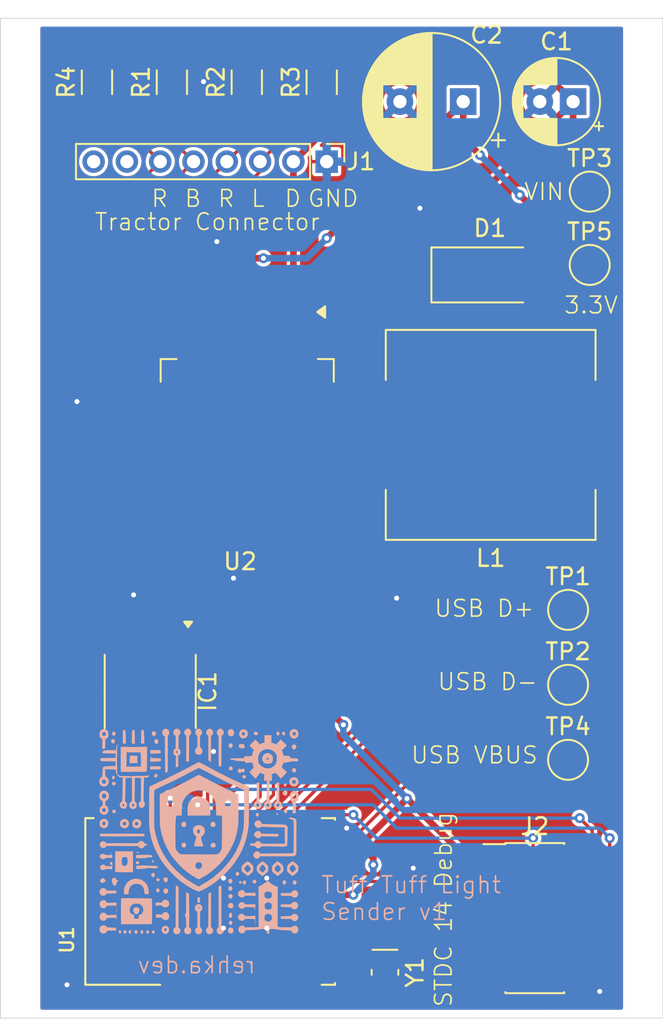
<source format=kicad_pcb>
(kicad_pcb (version 20240108) (generator "pcbnew") (generator_version "8.0")
  (layers (0 "F.Cu" signal) (31 "B.Cu" signal) (34 "B.Paste" user) (35 "F.Paste" user) (36 "B.SilkS" user "B.Silkscreen") (37 "F.SilkS" user "F.Silkscreen") (38 "B.Mask" user) (39 "F.Mask" user) (44 "Edge.Cuts" user))
  (net 0 "")
  (net 1 "GND")
  (net 2 "Net-(D1-K)")
  (net 3 "VIN_RIGHT")
  (net 9 "SWDIO")
  (net 10 "UART_RX")
  (net 11 "SWCLK")
  (net 12 "UART_TX")
  (net 13 "NRST")
  (net 14 "VIN_REVERSE")
  (net 18 "VIN_LEFT")
  (net 19 "ON_LEFT")
  (net 22 "VIN_BREAK")
  (net 23 "ON_RIGHT")
  (net 24 "Net-(U1-D+)")
  (net 25 "Net-(U1-D-)")
  (net 27 "ON_REVERSE")
  (net 28 "GPIO_2")
  (net 29 "GPIO_1")
  (net 47 "Net-(U1-VBUS)")
  (net 51 "VIN_DRIVE")
  (net 53 "Net-(U1-SIO_00{slash}XL1)")
  (net 54 "Net-(U1-SIO_01{slash}XL2)")
  (net 58 "ON_BREAK")
  (net 69 "3.3V")
  (footprint "Capacitor_THT:CP_Radial_D5.0mm_P2.00mm" (layer "F.Cu") (at 141 68 180)
    (property "Reference" "C1" (at 1 3.6 0) (layer "F.SilkS"))
    (property "Value" "100u")
    (pad "1" thru_hole rect (at 0 0 180) (size 1.6 1.6) (drill 0.8) (layers "*.Cu" "*.Mask") (net 51 "VIN_DRIVE"))
    (pad "2" thru_hole circle (at 2 0 180) (size 1.6 1.6) (drill 0.8) (layers "*.Cu" "*.Mask") (net 1 "GND"))
  )
  (footprint "TestPoint:TestPoint_Pad_D2.0mm" (layer "F.Cu") (at 140.7 98.5)
    (property "Reference" "TP1" (at 0 -1.998 0) (layer "F.SilkS"))
    (property "Value" "TestPoint")
    (pad "1" smd circle (at 0 0) (size 2 2) (layers "F.Cu" "F.Mask") (net 24 "Net-(U1-D+)"))
  )
  (footprint "Capacitor_SMD:C_1206_3216Metric_Pad1.33x1.80mm_HandSolder" (layer "F.Cu") (at 125.9 66.8375 90)
    (property "Reference" "R3" (at 0 -1.85 90) (layer "F.SilkS"))
    (property "Value" "100k")
    (pad "1" smd roundrect (at -1.5625 0 90) (size 1.325 1.8) (layers "F.Cu" "F.Paste" "F.Mask") (roundrect_rratio 0.188679) (net 18 "VIN_LEFT"))
    (pad "2" smd roundrect (at 1.5625 0 90) (size 1.325 1.8) (layers "F.Cu" "F.Paste" "F.Mask") (roundrect_rratio 0.188679) (net 1 "GND"))
  )
  (footprint "Crystal:Crystal_SMD_MicroCrystal_CC8V-T1A-2Pin_2.0x1.2mm" (layer "F.Cu") (at 129.7 120.25 -90)
    (property "Reference" "Y1" (at 0 -1.8 90) (layer "F.SilkS"))
    (property "Value" "Crystal")
    (pad "1" smd rect (at -0.75 0 270) (size 0.8 1.5) (layers "F.Cu" "F.Paste" "F.Mask") (net 54 "Net-(U1-SIO_01{slash}XL2)"))
    (pad "2" smd rect (at 0.75 0 270) (size 0.8 1.5) (layers "F.Cu" "F.Paste" "F.Mask") (net 53 "Net-(U1-SIO_00{slash}XL1)"))
  )
  (footprint "TestPoint:TestPoint_Pad_D2.0mm" (layer "F.Cu") (at 142 73.4)
    (property "Reference" "TP3" (at 0 -1.998 0) (layer "F.SilkS"))
    (property "Value" "TestPoint")
    (pad "1" smd circle (at 0 0) (size 2 2) (layers "F.Cu" "F.Mask") (net 51 "VIN_DRIVE"))
  )
  (footprint "TestPoint:TestPoint_Pad_D2.0mm" (layer "F.Cu") (at 142 77.8)
    (property "Reference" "TP5" (at 0 -1.998 0) (layer "F.SilkS"))
    (property "Value" "TestPoint")
    (pad "1" smd circle (at 0 0) (size 2 2) (layers "F.Cu" "F.Mask") (net 69 "3.3V"))
  )
  (footprint "Capacitor_THT:CP_Radial_D8.0mm_P3.80mm" (layer "F.Cu") (at 134.4 68 180)
    (property "Reference" "C2" (at -1.4 4 0) (layer "F.SilkS"))
    (property "Value" "330u")
    (pad "1" thru_hole rect (at 0 0 180) (size 1.6 1.6) (drill 0.8) (layers "*.Cu" "*.Mask") (net 69 "3.3V"))
    (pad "2" thru_hole circle (at 3.8 0 180) (size 1.6 1.6) (drill 0.8) (layers "*.Cu" "*.Mask") (net 1 "GND"))
  )
  (footprint "TestPoint:TestPoint_Pad_D2.0mm" (layer "F.Cu") (at 140.7 107.5)
    (property "Reference" "TP4" (at 0 -1.998 0) (layer "F.SilkS"))
    (property "Value" "TestPoint")
    (pad "1" smd circle (at 0 0) (size 2 2) (layers "F.Cu" "F.Mask") (net 47 "Net-(U1-VBUS)"))
  )
  (footprint "Connector_PinHeader_1.27mm:PinHeader_2x07_P1.27mm_Vertical_SMD" (layer "F.Cu") (at 138.7 117)
    (property "Reference" "J2" (at 0 -5.505 0) (layer "F.SilkS"))
    (property "Value" "Conn_ST_STDC14")
    (pad "1" smd rect (at -1.95 -3.81) (size 2.4 0.74) (layers "F.Cu" "F.Paste" "F.Mask"))
    (pad "2" smd rect (at 1.95 -3.81) (size 2.4 0.74) (layers "F.Cu" "F.Paste" "F.Mask"))
    (pad "3" smd rect (at -1.95 -2.54) (size 2.4 0.74) (layers "F.Cu" "F.Paste" "F.Mask") (net 69 "3.3V"))
    (pad "4" smd rect (at 1.95 -2.54) (size 2.4 0.74) (layers "F.Cu" "F.Paste" "F.Mask") (net 9 "SWDIO"))
    (pad "5" smd rect (at -1.95 -1.27) (size 2.4 0.74) (layers "F.Cu" "F.Paste" "F.Mask") (net 1 "GND"))
    (pad "6" smd rect (at 1.95 -1.27) (size 2.4 0.74) (layers "F.Cu" "F.Paste" "F.Mask") (net 11 "SWCLK"))
    (pad "7" smd rect (at -1.95 0) (size 2.4 0.74) (layers "F.Cu" "F.Paste" "F.Mask") (net 1 "GND"))
    (pad "8" smd rect (at 1.95 0) (size 2.4 0.74) (layers "F.Cu" "F.Paste" "F.Mask"))
    (pad "9" smd rect (at -1.95 1.27) (size 2.4 0.74) (layers "F.Cu" "F.Paste" "F.Mask"))
    (pad "10" smd rect (at 1.95 1.27) (size 2.4 0.74) (layers "F.Cu" "F.Paste" "F.Mask"))
    (pad "11" smd rect (at -1.95 2.54) (size 2.4 0.74) (layers "F.Cu" "F.Paste" "F.Mask") (net 1 "GND"))
    (pad "12" smd rect (at 1.95 2.54) (size 2.4 0.74) (layers "F.Cu" "F.Paste" "F.Mask") (net 13 "NRST"))
    (pad "13" smd rect (at -1.95 3.81) (size 2.4 0.74) (layers "F.Cu" "F.Paste" "F.Mask") (net 10 "UART_RX"))
    (pad "14" smd rect (at 1.95 3.81) (size 2.4 0.74) (layers "F.Cu" "F.Paste" "F.Mask") (net 12 "UART_TX"))
  )
  (footprint "Capacitor_SMD:C_1206_3216Metric_Pad1.33x1.80mm_HandSolder" (layer "F.Cu") (at 112.4 66.8375 90)
    (property "Reference" "R4" (at 0 -1.85 90) (layer "F.SilkS"))
    (property "Value" "100k")
    (pad "1" smd roundrect (at -1.5625 0 90) (size 1.325 1.8) (layers "F.Cu" "F.Paste" "F.Mask") (roundrect_rratio 0.188679) (net 14 "VIN_REVERSE"))
    (pad "2" smd roundrect (at 1.5625 0 90) (size 1.325 1.8) (layers "F.Cu" "F.Paste" "F.Mask") (roundrect_rratio 0.188679) (net 1 "GND"))
  )
  (footprint "TestPoint:TestPoint_Pad_D2.0mm" (layer "F.Cu") (at 140.7 103)
    (property "Reference" "TP2" (at 0 -1.998 0) (layer "F.SilkS"))
    (property "Value" "TestPoint")
    (pad "1" smd circle (at 0 0) (size 2 2) (layers "F.Cu" "F.Mask") (net 25 "Net-(U1-D-)"))
  )
  (footprint "Capacitor_SMD:C_1206_3216Metric_Pad1.33x1.80mm_HandSolder" (layer "F.Cu") (at 121.4 66.8375 90)
    (property "Reference" "R2" (at 0 -1.85 90) (layer "F.SilkS"))
    (property "Value" "100k")
    (pad "1" smd roundrect (at -1.5625 0 90) (size 1.325 1.8) (layers "F.Cu" "F.Paste" "F.Mask") (roundrect_rratio 0.188679) (net 3 "VIN_RIGHT"))
    (pad "2" smd roundrect (at 1.5625 0 90) (size 1.325 1.8) (layers "F.Cu" "F.Paste" "F.Mask") (roundrect_rratio 0.188679) (net 1 "GND"))
  )
  (footprint "Package_SO:TSSOP-16_4.4x5mm_P0.65mm" (layer "F.Cu") (at 115.6 103.4 -90)
    (property "Reference" "IC1" (at 0 -3.45 -90) (layer "F.SilkS"))
    (property "Value" "CD74HC4050NSR")
    (pad "1" smd roundrect (at -2.8625 -2.275 270) (size 1.475 0.4) (layers "F.Cu" "F.Paste" "F.Mask") (net 69 "3.3V"))
    (pad "2" smd roundrect (at -2.8625 -1.625 270) (size 1.475 0.4) (layers "F.Cu" "F.Paste" "F.Mask") (net 19 "ON_LEFT"))
    (pad "3" smd roundrect (at -2.8625 -0.975 270) (size 1.475 0.4) (layers "F.Cu" "F.Paste" "F.Mask") (net 18 "VIN_LEFT"))
    (pad "4" smd roundrect (at -2.8625 -0.325 270) (size 1.475 0.4) (layers "F.Cu" "F.Paste" "F.Mask") (net 23 "ON_RIGHT"))
    (pad "5" smd roundrect (at -2.8625 0.325 270) (size 1.475 0.4) (layers "F.Cu" "F.Paste" "F.Mask") (net 3 "VIN_RIGHT"))
    (pad "6" smd roundrect (at -2.8625 0.975 270) (size 1.475 0.4) (layers "F.Cu" "F.Paste" "F.Mask") (net 58 "ON_BREAK"))
    (pad "7" smd roundrect (at -2.8625 1.625 270) (size 1.475 0.4) (layers "F.Cu" "F.Paste" "F.Mask") (net 22 "VIN_BREAK"))
    (pad "8" smd roundrect (at -2.8625 2.275 270) (size 1.475 0.4) (layers "F.Cu" "F.Paste" "F.Mask") (net 1 "GND"))
    (pad "9" smd roundrect (at 2.8625 2.275 270) (size 1.475 0.4) (layers "F.Cu" "F.Paste" "F.Mask"))
    (pad "10" smd roundrect (at 2.8625 1.625 270) (size 1.475 0.4) (layers "F.Cu" "F.Paste" "F.Mask"))
    (pad "11" smd roundrect (at 2.8625 0.975 270) (size 1.475 0.4) (layers "F.Cu" "F.Paste" "F.Mask"))
    (pad "12" smd roundrect (at 2.8625 0.325 270) (size 1.475 0.4) (layers "F.Cu" "F.Paste" "F.Mask"))
    (pad "13" smd roundrect (at 2.8625 -0.325 270) (size 1.475 0.4) (layers "F.Cu" "F.Paste" "F.Mask"))
    (pad "14" smd roundrect (at 2.8625 -0.975 270) (size 1.475 0.4) (layers "F.Cu" "F.Paste" "F.Mask") (net 14 "VIN_REVERSE"))
    (pad "15" smd roundrect (at 2.8625 -1.625 270) (size 1.475 0.4) (layers "F.Cu" "F.Paste" "F.Mask") (net 27 "ON_REVERSE"))
    (pad "16" smd roundrect (at 2.8625 -2.275 270) (size 1.475 0.4) (layers "F.Cu" "F.Paste" "F.Mask"))
  )
  (footprint "TTF_Lib:XCVR_451-00001" (layer "F.Cu") (at 119.2 116 90)
    (property "Reference" "U1" (at -2.31069 -8.60271 90) (layer "F.SilkS") (effects (font (size 0.802866 0.802866))))
    (property "Value" "451-00001")
    (pad "0" smd rect (at 4.55 -2.55 90) (size 0.5 0.5) (layers "F.Cu" "F.Paste" "F.Mask") (net 1 "GND"))
    (pad "1" smd rect (at 4.55 -1.75 90) (size 0.5 0.5) (layers "F.Cu" "F.Paste" "F.Mask") (net 9 "SWDIO"))
    (pad "2" smd rect (at 3.75 -1.75 90) (size 0.5 0.5) (layers "F.Cu" "F.Paste" "F.Mask"))
    (pad "3" smd rect (at 4.55 -0.95 90) (size 0.5 0.5) (layers "F.Cu" "F.Paste" "F.Mask") (net 11 "SWCLK"))
    (pad "4" smd rect (at 3.75 -0.95 90) (size 0.5 0.5) (layers "F.Cu" "F.Paste" "F.Mask"))
    (pad "5" smd rect (at 4.55 -0.15 90) (size 0.5 0.5) (layers "F.Cu" "F.Paste" "F.Mask") (net 27 "ON_REVERSE"))
    (pad "6" smd rect (at 3.75 -0.15 90) (size 0.5 0.5) (layers "F.Cu" "F.Paste" "F.Mask"))
    (pad "7" smd rect (at 4.55 0.65 90) (size 0.5 0.5) (layers "F.Cu" "F.Paste" "F.Mask") (net 58 "ON_BREAK"))
    (pad "8" smd rect (at 3.75 0.65 90) (size 0.5 0.5) (layers "F.Cu" "F.Paste" "F.Mask"))
    (pad "9" smd rect (at 4.55 1.45 90) (size 0.5 0.5) (layers "F.Cu" "F.Paste" "F.Mask") (net 23 "ON_RIGHT"))
    (pad "10" smd rect (at 3.75 1.45 90) (size 0.5 0.5) (layers "F.Cu" "F.Paste" "F.Mask"))
    (pad "11" smd rect (at 4.55 2.25 90) (size 0.5 0.5) (layers "F.Cu" "F.Paste" "F.Mask") (net 19 "ON_LEFT"))
    (pad "12" smd rect (at 3.75 2.25 90) (size 0.5 0.5) (layers "F.Cu" "F.Paste" "F.Mask"))
    (pad "13" smd rect (at 4.55 3.05 90) (size 0.5 0.5) (layers "F.Cu" "F.Paste" "F.Mask"))
    (pad "14" smd rect (at 3.75 3.05 90) (size 0.5 0.5) (layers "F.Cu" "F.Paste" "F.Mask"))
    (pad "15" smd rect (at 4.55 3.85 90) (size 0.5 0.5) (layers "F.Cu" "F.Paste" "F.Mask") (net 24 "Net-(U1-D+)"))
    (pad "16" smd rect (at 3.75 3.85 90) (size 0.5 0.5) (layers "F.Cu" "F.Paste" "F.Mask"))
    (pad "17" smd rect (at 4.55 4.65 90) (size 0.5 0.5) (layers "F.Cu" "F.Paste" "F.Mask") (net 25 "Net-(U1-D-)"))
    (pad "18" smd rect (at 3.75 4.65 90) (size 0.5 0.5) (layers "F.Cu" "F.Paste" "F.Mask"))
    (pad "19" smd rect (at 4.55 5.45 90) (size 0.5 0.5) (layers "F.Cu" "F.Paste" "F.Mask") (net 13 "NRST"))
    (pad "20" smd rect (at 3.75 5.45 90) (size 0.5 0.5) (layers "F.Cu" "F.Paste" "F.Mask"))
    (pad "21" smd rect (at 4.55 6.25 90) (size 0.5 0.5) (layers "F.Cu" "F.Paste" "F.Mask"))
    (pad "22" smd rect (at 3.75 6.25 90) (size 0.5 0.5) (layers "F.Cu" "F.Paste" "F.Mask"))
    (pad "23" smd rect (at 4.4 7.05 90) (size 0.5 0.5) (layers "F.Cu" "F.Paste" "F.Mask") (net 1 "GND"))
    (pad "24" smd rect (at 3.6 7.05 90) (size 0.5 0.5) (layers "F.Cu" "F.Paste" "F.Mask") (net 47 "Net-(U1-VBUS)"))
    (pad "25" smd rect (at 2.8 7.05 90) (size 0.5 0.5) (layers "F.Cu" "F.Paste" "F.Mask") (net 69 "3.3V"))
    (pad "26" smd rect (at 2.8 6.25 90) (size 0.5 0.5) (layers "F.Cu" "F.Paste" "F.Mask") (net 1 "GND"))
    (pad "27" smd rect (at 2 7.05 90) (size 0.5 0.5) (layers "F.Cu" "F.Paste" "F.Mask"))
    (pad "28" smd rect (at 2 6.25 90) (size 0.5 0.5) (layers "F.Cu" "F.Paste" "F.Mask"))
    (pad "29" smd rect (at 1.2 7.05 90) (size 0.5 0.5) (layers "F.Cu" "F.Paste" "F.Mask") (net 10 "UART_RX"))
    (pad "30" smd rect (at 1.2 6.25 90) (size 0.5 0.5) (layers "F.Cu" "F.Paste" "F.Mask"))
    (pad "31" smd rect (at 0.4 7.05 90) (size 0.5 0.5) (layers "F.Cu" "F.Paste" "F.Mask") (net 69 "3.3V"))
    (pad "32" smd rect (at 0.4 6.25 90) (size 0.5 0.5) (layers "F.Cu" "F.Paste" "F.Mask"))
    (pad "33" smd rect (at -0.4 7.05 90) (size 0.5 0.5) (layers "F.Cu" "F.Paste" "F.Mask") (net 1 "GND"))
    (pad "34" smd rect (at -0.4 6.25 90) (size 0.5 0.5) (layers "F.Cu" "F.Paste" "F.Mask"))
    (pad "35" smd rect (at -1.2 7.05 90) (size 0.5 0.5) (layers "F.Cu" "F.Paste" "F.Mask") (net 12 "UART_TX"))
    (pad "36" smd rect (at -1.2 6.25 90) (size 0.5 0.5) (layers "F.Cu" "F.Paste" "F.Mask"))
    (pad "37" smd rect (at -2 7.05 90) (size 0.5 0.5) (layers "F.Cu" "F.Paste" "F.Mask"))
    (pad "38" smd rect (at -2 6.25 90) (size 0.5 0.5) (layers "F.Cu" "F.Paste" "F.Mask"))
    (pad "39" smd rect (at -2.8 7.05 90) (size 0.5 0.5) (layers "F.Cu" "F.Paste" "F.Mask"))
    (pad "40" smd rect (at -2.8 6.25 90) (size 0.5 0.5) (layers "F.Cu" "F.Paste" "F.Mask") (net 1 "GND"))
    (pad "41" smd rect (at -3.6 7.05 90) (size 0.5 0.5) (layers "F.Cu" "F.Paste" "F.Mask") (net 54 "Net-(U1-SIO_01{slash}XL2)"))
    (pad "42" smd rect (at -4.4 7.05 90) (size 0.5 0.5) (layers "F.Cu" "F.Paste" "F.Mask") (net 53 "Net-(U1-SIO_00{slash}XL1)"))
    (pad "43" smd rect (at -4.55 6.25 90) (size 0.5 0.5) (layers "F.Cu" "F.Paste" "F.Mask") (net 1 "GND"))
    (pad "44" smd rect (at -3.75 6.25 90) (size 0.5 0.5) (layers "F.Cu" "F.Paste" "F.Mask"))
    (pad "45" smd rect (at -4.55 5.45 90) (size 0.5 0.5) (layers "F.Cu" "F.Paste" "F.Mask"))
    (pad "46" smd rect (at -3.75 5.45 90) (size 0.5 0.5) (layers "F.Cu" "F.Paste" "F.Mask"))
    (pad "47" smd rect (at -4.55 4.65 90) (size 0.5 0.5) (layers "F.Cu" "F.Paste" "F.Mask") (net 1 "GND"))
    (pad "48" smd rect (at -3.75 4.65 90) (size 0.5 0.5) (layers "F.Cu" "F.Paste" "F.Mask"))
    (pad "49" smd rect (at -4.55 3.85 90) (size 0.5 0.5) (layers "F.Cu" "F.Paste" "F.Mask"))
    (pad "50" smd rect (at -3.75 3.85 90) (size 0.5 0.5) (layers "F.Cu" "F.Paste" "F.Mask"))
    (pad "51" smd rect (at -4.55 3.05 90) (size 0.5 0.5) (layers "F.Cu" "F.Paste" "F.Mask"))
    (pad "52" smd rect (at -3.75 3.05 90) (size 0.5 0.5) (layers "F.Cu" "F.Paste" "F.Mask") (net 1 "GND"))
    (pad "53" smd rect (at -4.55 2.25 90) (size 0.5 0.5) (layers "F.Cu" "F.Paste" "F.Mask"))
    (pad "54" smd rect (at -3.75 2.25 90) (size 0.5 0.5) (layers "F.Cu" "F.Paste" "F.Mask"))
    (pad "55" smd rect (at -4.55 1.45 90) (size 0.5 0.5) (layers "F.Cu" "F.Paste" "F.Mask") (net 1 "GND"))
    (pad "56" smd rect (at -3.75 1.45 90) (size 0.5 0.5) (layers "F.Cu" "F.Paste" "F.Mask"))
    (pad "57" smd rect (at -4.55 0.65 90) (size 0.5 0.5) (layers "F.Cu" "F.Paste" "F.Mask"))
    (pad "58" smd rect (at -3.75 0.65 90) (size 0.5 0.5) (layers "F.Cu" "F.Paste" "F.Mask") (net 1 "GND"))
    (pad "59" smd rect (at -4.55 -0.15 90) (size 0.5 0.5) (layers "F.Cu" "F.Paste" "F.Mask"))
    (pad "60" smd rect (at -3.75 -0.15 90) (size 0.5 0.5) (layers "F.Cu" "F.Paste" "F.Mask"))
    (pad "61" smd rect (at -4.55 -0.95 90) (size 0.5 0.5) (layers "F.Cu" "F.Paste" "F.Mask"))
    (pad "62" smd rect (at -3.75 -0.95 90) (size 0.5 0.5) (layers "F.Cu" "F.Paste" "F.Mask"))
    (pad "63" smd rect (at -4.55 -1.75 90) (size 0.5 0.5) (layers "F.Cu" "F.Paste" "F.Mask"))
    (pad "64" smd rect (at -3.75 -1.75 90) (size 0.5 0.5) (layers "F.Cu" "F.Paste" "F.Mask"))
    (pad "65" smd rect (at -4.55 -2.55 90) (size 0.5 0.5) (layers "F.Cu" "F.Paste" "F.Mask") (net 1 "GND"))
    (pad "66" smd rect (at 4.55 -3.85 90) (size 0.5 0.5) (layers "F.Cu" "F.Paste" "F.Mask") (net 1 "GND"))
    (pad "67" smd rect (at 4.55 -5.15 90) (size 0.5 0.5) (layers "F.Cu" "F.Paste" "F.Mask") (net 1 "GND"))
    (pad "68" smd rect (at 4.55 -6.45 90) (size 0.5 0.5) (layers "F.Cu" "F.Paste" "F.Mask") (net 1 "GND"))
    (pad "69" smd rect (at 1.875 -1.75 90) (size 0.5 0.5) (layers "F.Cu" "F.Paste" "F.Mask") (net 1 "GND"))
    (pad "70" smd rect (at 0 -1.75 90) (size 0.5 0.5) (layers "F.Cu" "F.Paste" "F.Mask") (net 1 "GND"))
    (pad "71" smd rect (at -1.875 -1.75 90) (size 0.5 0.5) (layers "F.Cu" "F.Paste" "F.Mask") (net 1 "GND"))
    (zone (net 0) (net_name "") (layer "F.Cu") (connect_pads (clearance 0)) (min_thickness 0.01)
      (keepout (tracks not_allowed) (vias not_allowed) (pads not_allowed) (copperpour not_allowed) (footprints allowed))
      (fill (thermal_gap 0.508) (thermal_bridge_width 0.508))
      (polygon (pts (xy 111.7 111.69247) (xy 111.7 111) (xy 112.48826 111) (xy 112.48826 111.69247)))
    )
    (zone (net 0) (net_name "") (layer "F.Cu") (connect_pads (clearance 0)) (min_thickness 0.01)
      (keepout (tracks not_allowed) (vias not_allowed) (pads not_allowed) (copperpour not_allowed) (footprints allowed))
      (fill (thermal_gap 0.508) (thermal_bridge_width 0.508))
      (polygon (pts (xy 111.7 121.0069) (xy 111.7 120.3) (xy 116.39614 120.3) (xy 116.39614 121.0069)))
    )
    (zone (net 0) (net_name "") (layer "F.Cu") (connect_pads (clearance 0)) (min_thickness 0.01)
      (keepout (tracks not_allowed) (vias not_allowed) (pads not_allowed) (copperpour not_allowed) (footprints allowed))
      (fill (thermal_gap 0.508) (thermal_bridge_width 0.508))
      (polygon (pts (xy 111.72 120.27591) (xy 111.69 111.75) (xy 116.68657 111.75) (xy 116.71657 120.27591)))
    )
    (zone (net 0) (net_name "") (layer "F.Cu") (connect_pads (clearance 0)) (min_thickness 0.01)
      (keepout (tracks not_allowed) (vias not_allowed) (pads not_allowed) (copperpour not_allowed) (footprints allowed))
      (fill (thermal_gap 0.508) (thermal_bridge_width 0.508))
      (polygon (pts (xy 113 111.74777) (xy 113 111) (xy 113.79717 111) (xy 113.79717 111.74777)))
    )
    (zone (net 0) (net_name "") (layer "F.Cu") (connect_pads (clearance 0)) (min_thickness 0.01)
      (keepout (tracks not_allowed) (vias not_allowed) (pads not_allowed) (copperpour not_allowed) (footprints allowed))
      (fill (thermal_gap 0.508) (thermal_bridge_width 0.508))
      (polygon (pts (xy 114.3 111.74543) (xy 114.3 111) (xy 115.09559 111) (xy 115.09559 111.74543)))
    )
    (zone (net 0) (net_name "") (layer "F.Cu") (connect_pads (clearance 0)) (min_thickness 0.01)
      (keepout (tracks not_allowed) (vias not_allowed) (pads not_allowed) (copperpour not_allowed) (footprints allowed))
      (fill (thermal_gap 0.508) (thermal_bridge_width 0.508))
      (polygon (pts (xy 115.6 111.7437) (xy 115.6 111.05) (xy 116.39585 111.05) (xy 116.39585 111.7437)))
    )
  )
  (footprint "Diode_SMD:D_SMA" (layer "F.Cu") (at 136 78.4)
    (property "Reference" "D1" (at 0 -2.8 0) (layer "F.SilkS"))
    (property "Value" "SS34")
    (pad "1" smd roundrect (at -2 0) (size 2.5 1.8) (layers "F.Cu" "F.Paste" "F.Mask") (roundrect_rratio 0.1388888889) (net 2 "Net-(D1-K)"))
    (pad "2" smd roundrect (at 2 0) (size 2.5 1.8) (layers "F.Cu" "F.Paste" "F.Mask") (roundrect_rratio 0.1388888889) (net 1 "GND"))
  )
  (footprint "Package_TO_SOT_SMD:TO-263-5_TabPin3" (layer "F.Cu") (at 121.425 88.275 -90)
    (property "Reference" "U2" (at 7.325 0.425 180) (layer "F.SilkS"))
    (property "Value" "LM2596S-3.3")
    (pad "1" smd roundrect (at -7.65 -3.4 270) (size 4.6 1.1) (layers "F.Cu" "F.Paste" "F.Mask") (roundrect_rratio 0.227273) (net 51 "VIN_DRIVE"))
    (pad "2" smd roundrect (at -7.65 -1.7 270) (size 4.6 1.1) (layers "F.Cu" "F.Paste" "F.Mask") (roundrect_rratio 0.227273) (net 2 "Net-(D1-K)"))
    (pad "3" smd roundrect (at -7.65 0 270) (size 4.6 1.1) (layers "F.Cu" "F.Paste" "F.Mask") (roundrect_rratio 0.227273) (net 1 "GND"))
    (pad "3" smd roundrect (at -0.925 -2.775 270) (size 4.55 5.25) (layers "F.Cu" "F.Paste") (roundrect_rratio 0.054945) (net 1 "GND"))
    (pad "3" smd roundrect (at -0.925 2.775 270) (size 4.55 5.25) (layers "F.Cu" "F.Paste") (roundrect_rratio 0.054945) (net 1 "GND"))
    (pad "3" smd roundrect (at 1.5 0 270) (size 9.4 10.8) (layers "F.Cu" "F.Mask") (roundrect_rratio 0.026596) (net 1 "GND"))
    (pad "3" smd roundrect (at 3.925 -2.775 270) (size 4.55 5.25) (layers "F.Cu" "F.Paste") (roundrect_rratio 0.054945) (net 1 "GND"))
    (pad "3" smd roundrect (at 3.925 2.775 270) (size 4.55 5.25) (layers "F.Cu" "F.Paste") (roundrect_rratio 0.054945) (net 1 "GND"))
    (pad "4" smd roundrect (at -7.65 1.7 270) (size 4.6 1.1) (layers "F.Cu" "F.Paste" "F.Mask") (roundrect_rratio 0.227273) (net 69 "3.3V"))
    (pad "5" smd roundrect (at -7.65 3.4 270) (size 4.6 1.1) (layers "F.Cu" "F.Paste" "F.Mask") (roundrect_rratio 0.227273) (net 1 "GND"))
  )
  (footprint "Connector_PinHeader_2.00mm:PinHeader_1x08_P2.00mm_Vertical" (layer "F.Cu") (at 126.2 71.6 -90)
    (property "Reference" "J1" (at 0 -2.06 180) (layer "F.SilkS"))
    (property "Value" "Conn_01x08_Socket")
    (pad "1" thru_hole rect (at 0 0 270) (size 1.35 1.35) (drill 0.8) (layers "*.Cu" "*.Mask") (net 1 "GND"))
    (pad "2" thru_hole oval (at 0 2 270) (size 1.35 1.35) (drill 0.8) (layers "*.Cu" "*.Mask") (net 51 "VIN_DRIVE"))
    (pad "3" thru_hole oval (at 0 4 270) (size 1.35 1.35) (drill 0.8) (layers "*.Cu" "*.Mask") (net 18 "VIN_LEFT"))
    (pad "4" thru_hole oval (at 0 6 270) (size 1.35 1.35) (drill 0.8) (layers "*.Cu" "*.Mask") (net 3 "VIN_RIGHT"))
    (pad "5" thru_hole oval (at 0 8 270) (size 1.35 1.35) (drill 0.8) (layers "*.Cu" "*.Mask") (net 22 "VIN_BREAK"))
    (pad "6" thru_hole oval (at 0 10 270) (size 1.35 1.35) (drill 0.8) (layers "*.Cu" "*.Mask") (net 14 "VIN_REVERSE"))
    (pad "7" thru_hole oval (at 0 12 270) (size 1.35 1.35) (drill 0.8) (layers "*.Cu" "*.Mask") (net 29 "GPIO_1"))
    (pad "8" thru_hole oval (at 0 14 270) (size 1.35 1.35) (drill 0.8) (layers "*.Cu" "*.Mask") (net 28 "GPIO_2"))
  )
  (footprint "Inductor_SMD:L_12x12mm_H8mm" (layer "F.Cu") (at 136.05 88 180)
    (property "Reference" "L1" (at 0 -7.4 0) (layer "F.SilkS"))
    (property "Value" "47u")
    (pad "1" smd rect (at -4.95 0 180) (size 2.9 5.4) (layers "F.Cu" "F.Paste" "F.Mask") (net 2 "Net-(D1-K)"))
    (pad "2" smd rect (at 4.95 0 180) (size 2.9 5.4) (layers "F.Cu" "F.Paste" "F.Mask") (net 69 "3.3V"))
  )
  (footprint "Capacitor_SMD:C_1206_3216Metric_Pad1.33x1.80mm_HandSolder" (layer "F.Cu") (at 116.9 66.8375 90)
    (property "Reference" "R1" (at 0 -1.85 90) (layer "F.SilkS"))
    (property "Value" "100k")
    (pad "1" smd roundrect (at -1.5625 0 90) (size 1.325 1.8) (layers "F.Cu" "F.Paste" "F.Mask") (roundrect_rratio 0.188679) (net 22 "VIN_BREAK"))
    (pad "2" smd roundrect (at 1.5625 0 90) (size 1.325 1.8) (layers "F.Cu" "F.Paste" "F.Mask") (roundrect_rratio 0.188679) (net 1 "GND"))
  )
  (footprint "TTF_Lib:rehka_image" (layer "B.Cu") (at 118.4 111.8 180)
    (property "Reference" "G***" (hide yes))
    (property "Value" "LOGO" (hide yes))
  )
  (gr_rect (start 106.6 63) (end 146.4 123) (stroke (width 0.05)) (fill none) (layer "Edge.Cuts"))
  (gr_text "rehka.dev" (at 122 120.4 0) (layer "B.SilkS") (effects (font (size 1 1) (thickness 0.1)) (justify left bottom mirror)))
  (gr_text "Tuff Tuff Light\nSender v1" (at 125.8 117.2 0) (layer "B.SilkS") (effects (font (size 1 1) (thickness 0.1)) (justify left bottom)))
  (gr_text "STDC 14 Debug" (at 133.8 122.4 90) (layer "F.SilkS") (effects (font (size 1 1) (thickness 0.1)) (justify left bottom)))
  (gr_text "GND" (at 125 74.4 0) (layer "F.SilkS") (effects (font (size 1 1) (thickness 0.1)) (justify left bottom)))
  (gr_text "B" (at 117.6 74.4 0) (layer "F.SilkS") (effects (font (size 1 1) (thickness 0.1)) (justify left bottom)))
  (gr_text "VIN" (at 138 74 0) (layer "F.SilkS") (effects (font (size 1 1) (thickness 0.1)) (justify left bottom)))
  (gr_text "USB D-" (at 132.8 103.4 0) (layer "F.SilkS") (effects (font (size 1 1) (thickness 0.1)) (justify left bottom)))
  (gr_text "USB D+" (at 132.6 99 0) (layer "F.SilkS") (effects (font (size 1 1) (thickness 0.1)) (justify left bottom)))
  (gr_text "R" (at 115.6 74.4 0) (layer "F.SilkS") (effects (font (size 1 1) (thickness 0.1)) (justify left bottom)))
  (gr_text "USB VBUS" (at 131.2 107.8 0) (layer "F.SilkS") (effects (font (size 1 1) (thickness 0.1)) (justify left bottom)))
  (gr_text "Tractor Connector" (at 112.2 75.8 0) (layer "F.SilkS") (effects (font (size 1 1) (thickness 0.1)) (justify left bottom)))
  (gr_text "D" (at 123.6 74.4 0) (layer "F.SilkS") (effects (font (size 1 1) (thickness 0.1)) (justify left bottom)))
  (gr_text "R" (at 119.6 74.4 0) (layer "F.SilkS") (effects (font (size 1 1) (thickness 0.1)) (justify left bottom)))
  (gr_text "L" (at 121.6 74.4 0) (layer "F.SilkS") (effects (font (size 1 1) (thickness 0.1)) (justify left bottom)))
  (gr_text "3.3V" (at 140.4 80.8 0) (layer "F.SilkS") (effects (font (size 1 1) (thickness 0.1)) (justify left bottom)))
  (via (at 142.6 121.4) (size 0.6) (drill 0.3) (layers "F.Cu" "B.Cu") (net 1))
  (via (at 120 114.6) (size 0.6) (drill 0.3) (layers "F.Cu" "B.Cu") (net 1))
  (via (at 114.6 97.6) (size 0.6) (drill 0.3) (layers "F.Cu" "B.Cu") (net 1))
  (via (at 110.6 121) (size 0.6) (drill 0.3) (layers "F.Cu" "B.Cu") (net 1))
  (via (at 131.4 114) (size 0.6) (drill 0.3) (layers "F.Cu" "B.Cu") (net 1))
  (via (at 127.4 111.6) (size 0.6) (drill 0.3) (layers "F.Cu" "B.Cu") (net 1))
  (via (at 119.6 76.4) (size 0.6) (drill 0.3) (layers "F.Cu" "B.Cu") (net 1))
  (via (at 130.4 97.8) (size 0.6) (drill 0.3) (layers "F.Cu" "B.Cu") (net 1))
  (via (at 122.6 114.6) (size 0.6) (drill 0.3) (layers "F.Cu" "B.Cu") (net 1))
  (via (at 120.6 96.6) (size 0.6) (drill 0.3) (layers "F.Cu" "B.Cu") (net 1))
  (via (at 120 117.6) (size 0.6) (drill 0.3) (layers "F.Cu" "B.Cu") (net 1))
  (via (at 122.6 117.6) (size 0.6) (drill 0.3) (layers "F.Cu" "B.Cu") (net 1))
  (via (at 131.8 74.4) (size 0.6) (drill 0.3) (layers "F.Cu" "B.Cu") (net 1))
  (via (at 119.4 107) (size 0.6) (drill 0.3) (layers "F.Cu" "B.Cu") (net 1))
  (via (at 118.8 66.8) (size 0.6) (drill 0.3) (layers "F.Cu" "B.Cu") (net 1))
  (via (at 111.2 86) (size 0.6) (drill 0.3) (layers "F.Cu" "B.Cu") (net 1))
  (segment (start 134 78.4) (end 134 81) (width 0.2) (layer "F.Cu") (net 2))
  (segment (start 123.4 83.8) (end 123.125 83.525) (width 0.2) (layer "F.Cu") (net 2))
  (segment (start 134 78.4) (end 128.6 83.8) (width 0.2) (layer "F.Cu") (net 2))
  (segment (start 123.125 83.525) (end 123.125 80.625) (width 0.2) (layer "F.Cu") (net 2))
  (segment (start 128.6 83.8) (end 123.4 83.8) (width 0.2) (layer "F.Cu") (net 2))
  (segment (start 134 81) (end 141 88) (width 0.2) (layer "F.Cu") (net 2))
  (segment (start 120.2 71.6) (end 113.6 78.2) (width 0.2) (layer "F.Cu") (net 3))
  (segment (start 121.4 68.4) (end 121.4 70.4) (width 0.2) (layer "F.Cu") (net 3))
  (segment (start 121.4 70.4) (end 120.2 71.6) (width 0.2) (layer "F.Cu") (net 3))
  (segment (start 113.6 97.8805) (end 115.275 99.5555) (width 0.2) (layer "F.Cu") (net 3))
  (segment (start 115.275 99.5555) (end 115.275 100.5375) (width 0.2) (layer "F.Cu") (net 3))
  (segment (start 113.6 78.2) (end 113.6 97.8805) (width 0.2) (layer "F.Cu") (net 3))
  (segment (start 142.15 113.79) (end 141.48 114.46) (width 0.2) (layer "F.Cu") (net 9))
  (segment (start 116.8 110.4) (end 117.45 111.05) (width 0.2) (layer "F.Cu") (net 9))
  (segment (start 117.45 111.05) (end 117.45 111.45) (width 0.2) (layer "F.Cu") (net 9))
  (segment (start 142.15 111.75) (end 142.15 113.79) (width 0.2) (layer "F.Cu") (net 9))
  (segment (start 141.48 114.46) (end 140.65 114.46) (width 0.2) (layer "F.Cu") (net 9))
  (segment (start 141.4 111) (end 142.15 111.75) (width 0.2) (layer "F.Cu") (net 9))
  (segment (start 116.8 109.8) (end 116.8 110.4) (width 0.2) (layer "F.Cu") (net 9))
  (via (at 141.4 111) (size 0.6) (drill 0.3) (layers "F.Cu" "B.Cu") (net 9))
  (via (at 116.8 109.8) (size 0.6) (drill 0.3) (layers "F.Cu" "B.Cu") (net 9))
  (segment (start 128.875735 109.275735) (end 130.6 111) (width 0.2) (layer "B.Cu") (net 9))
  (segment (start 117.324265 109.275735) (end 128.875735 109.275735) (width 0.2) (layer "B.Cu") (net 9))
  (segment (start 130.6 111) (end 141.4 111) (width 0.2) (layer "B.Cu") (net 9))
  (segment (start 116.8 109.8) (end 117.324265 109.275735) (width 0.2) (layer "B.Cu") (net 9))
  (segment (start 126.25 114.8) (end 129.91 114.8) (width 0.2) (layer "F.Cu") (net 10))
  (segment (start 135.92 120.81) (end 136.75 120.81) (width 0.2) (layer "F.Cu") (net 10))
  (segment (start 129.91 114.8) (end 135.92 120.81) (width 0.2) (layer "F.Cu") (net 10))
  (segment (start 118.45 110.2) (end 118.2 110.45) (width 0.2) (layer "F.Cu") (net 11))
  (segment (start 143.2 112.2) (end 143.2 114.01) (width 0.2) (layer "F.Cu") (net 11))
  (segment (start 143.2 114.01) (end 141.48 115.73) (width 0.2) (layer "F.Cu") (net 11))
  (segment (start 118.25 110.85) (end 118.25 111.45) (width 0.2) (layer "F.Cu") (net 11))
  (segment (start 118.2 110.45) (end 118.2 110.8) (width 0.2) (layer "F.Cu") (net 11))
  (segment (start 118.25 111.284314) (end 118.25 111.45) (width 0.2) (layer "F.Cu") (net 11))
  (segment (start 141.48 115.73) (end 140.65 115.73) (width 0.2) (layer "F.Cu") (net 11))
  (segment (start 118.2 110.8) (end 118.25 110.85) (width 0.2) (layer "F.Cu") (net 11))
  (via (at 143.2 112.2) (size 0.6) (drill 0.3) (layers "F.Cu" "B.Cu") (net 11))
  (via (at 118.45 110.2) (size 0.6) (drill 0.3) (layers "F.Cu" "B.Cu") (net 11))
  (segment (start 129 110.2) (end 130.4 111.6) (width 0.2) (layer "B.Cu") (net 11))
  (segment (start 118.45 110.2) (end 129 110.2) (width 0.2) (layer "B.Cu") (net 11))
  (segment (start 130.4 111.6) (end 142.6 111.6) (width 0.2) (layer "B.Cu") (net 11))
  (segment (start 142.6 111.6) (end 143.2 112.2) (width 0.2) (layer "B.Cu") (net 11))
  (segment (start 139.06 122.4) (end 140.65 120.81) (width 0.2) (layer "F.Cu") (net 12))
  (segment (start 126.25 117.2) (end 130.2 117.2) (width 0.2) (layer "F.Cu") (net 12))
  (segment (start 130.2 117.2) (end 135.4 122.4) (width 0.2) (layer "F.Cu") (net 12))
  (segment (start 135.4 122.4) (end 139.06 122.4) (width 0.2) (layer "F.Cu") (net 12))
  (segment (start 124.85 110.8) (end 127.8 110.8) (width 0.2) (layer "F.Cu") (net 13))
  (segment (start 138.6 112.2) (end 138.6 118.32) (width 0.2) (layer "F.Cu") (net 13))
  (segment (start 139.82 119.54) (end 140.65 119.54) (width 0.2) (layer "F.Cu") (net 13))
  (segment (start 138.6 118.32) (end 139.82 119.54) (width 0.2) (layer "F.Cu") (net 13))
  (segment (start 124.65 111.45) (end 124.65 111) (width 0.2) (layer "F.Cu") (net 13))
  (segment (start 124.65 111) (end 124.85 110.8) (width 0.2) (layer "F.Cu") (net 13))
  (via (at 127.8 110.8) (size 0.6) (drill 0.3) (layers "F.Cu" "B.Cu") (net 13))
  (via (at 138.6 112.2) (size 0.6) (drill 0.3) (layers "F.Cu" "B.Cu") (net 13))
  (segment (start 129.2 112.2) (end 138.6 112.2) (width 0.2) (layer "B.Cu") (net 13))
  (segment (start 127.8 110.8) (end 129.2 112.2) (width 0.2) (layer "B.Cu") (net 13))
  (segment (start 116.575 105.4395) (end 116.575 106.2625) (width 0.2) (layer "F.Cu") (net 14))
  (segment (start 109.8 102.2) (end 111 103.4) (width 0.2) (layer "F.Cu") (net 14))
  (segment (start 111 103.4) (end 114.5355 103.4) (width 0.2) (layer "F.Cu") (net 14))
  (segment (start 112.4 68.4) (end 113 68.4) (width 0.2) (layer "F.Cu") (net 14))
  (segment (start 113 68.4) (end 116.2 71.6) (width 0.2) (layer "F.Cu") (net 14))
  (segment (start 114.5355 103.4) (end 116.575 105.4395) (width 0.2) (layer "F.Cu") (net 14))
  (segment (start 109.8 78) (end 109.8 102.2) (width 0.2) (layer "F.Cu") (net 14))
  (segment (start 116.2 71.6) (end 109.8 78) (width 0.2) (layer "F.Cu") (net 14))
  (segment (start 115 96.7405) (end 116.635 98.3755) (width 0.2) (layer "F.Cu") (net 18))
  (segment (start 120.2 74.2) (end 118.6 74.2) (width 0.2) (layer "F.Cu") (net 18))
  (segment (start 122.2 72.2) (end 120.2 74.2) (width 0.2) (layer "F.Cu") (net 18))
  (segment (start 116.635 98.3755) (end 116.635 100.5375) (width 0.2) (layer "F.Cu") (net 18))
  (segment (start 125.9 68.4) (end 125.4 68.4) (width 0.2) (layer "F.Cu") (net 18))
  (segment (start 125.4 68.4) (end 122.2 71.6) (width 0.2) (layer "F.Cu") (net 18))
  (segment (start 118.6 74.2) (end 115 77.8) (width 0.2) (layer "F.Cu") (net 18))
  (segment (start 122.2 71.6) (end 122.2 72.2) (width 0.2) (layer "F.Cu") (net 18))
  (segment (start 115 77.8) (end 115 96.7405) (width 0.2) (layer "F.Cu") (net 18))
  (segment (start 123 105.2) (end 123 109.6) (width 0.2) (layer "F.Cu") (net 19))
  (segment (start 123 109.6) (end 121.45 111.15) (width 0.2) (layer "F.Cu") (net 19))
  (segment (start 117.225 100.5375) (end 117.225 101.625) (width 0.2) (layer "F.Cu") (net 19))
  (segment (start 121.8 104) (end 123 105.2) (width 0.2) (layer "F.Cu") (net 19))
  (segment (start 119.6 104) (end 121.8 104) (width 0.2) (layer "F.Cu") (net 19))
  (segment (start 121.45 111.15) (end 121.45 111.45) (width 0.2) (layer "F.Cu") (net 19))
  (segment (start 117.225 101.625) (end 119.6 104) (width 0.2) (layer "F.Cu") (net 19))
  (segment (start 112.425 97.825) (end 113.975 99.375) (width 0.2) (layer "F.Cu") (net 22))
  (segment (start 112.425 77.375) (end 112.425 97.825) (width 0.2) (layer "F.Cu") (net 22))
  (segment (start 113.975 99.375) (end 113.975 100.5375) (width 0.2) (layer "F.Cu") (net 22))
  (segment (start 118.2 71.6) (end 112.425 77.375) (width 0.2) (layer "F.Cu") (net 22))
  (segment (start 116.9 68.4) (end 116.9 70.3) (width 0.2) (layer "F.Cu") (net 22))
  (segment (start 116.9 70.3) (end 118.2 71.6) (width 0.2) (layer "F.Cu") (net 22))
  (segment (start 115.925 100.5375) (end 115.925 101.525) (width 0.2) (layer "F.Cu") (net 23))
  (segment (start 119 104.6) (end 121.4 104.6) (width 0.2) (layer "F.Cu") (net 23))
  (segment (start 122.2 109.7) (end 120.65 111.25) (width 0.2) (layer "F.Cu") (net 23))
  (segment (start 115.925 101.525) (end 119 104.6) (width 0.2) (layer "F.Cu") (net 23))
  (segment (start 121.4 104.6) (end 122.2 105.4) (width 0.2) (layer "F.Cu") (net 23))
  (segment (start 120.65 111.25) (end 120.65 111.45) (width 0.2) (layer "F.Cu") (net 23))
  (segment (start 122.2 105.4) (end 122.2 109.7) (width 0.2) (layer "F.Cu") (net 23))
  (segment (start 140.7 98.5) (end 135.55 98.5) (width 0.2) (layer "F.Cu") (net 24))
  (segment (start 123.05 111) (end 123.05 111.45) (width 0.2) (layer "F.Cu") (net 24))
  (segment (start 135.55 98.5) (end 123.05 111) (width 0.2) (layer "F.Cu") (net 24))
  (segment (start 140.7 103) (end 131.85 103) (width 0.2) (layer "F.Cu") (net 25))
  (segment (start 123.85 111) (end 123.85 111.45) (width 0.2) (layer "F.Cu") (net 25))
  (segment (start 131.85 103) (end 123.85 111) (width 0.2) (layer "F.Cu") (net 25))
  (segment (start 118.6 107.6) (end 119.05 108.05) (width 0.2) (layer "F.Cu") (net 27))
  (segment (start 119.05 108.05) (end 119.05 111.45) (width 0.2) (layer "F.Cu") (net 27))
  (segment (start 117.225 106.2625) (end 117.225 106.999999) (width 0.2) (layer "F.Cu") (net 27))
  (segment (start 117.825001 107.6) (end 118.6 107.6) (width 0.2) (layer "F.Cu") (net 27))
  (segment (start 117.225 106.999999) (end 117.825001 107.6) (width 0.2) (layer "F.Cu") (net 27))
  (segment (start 140.7 107.5) (end 132.5 107.5) (width 0.2) (layer "F.Cu") (net 47))
  (segment (start 132.5 107.5) (end 127.6 112.4) (width 0.2) (layer "F.Cu") (net 47))
  (segment (start 127.6 112.4) (end 126.25 112.4) (width 0.2) (layer "F.Cu") (net 47))
  (segment (start 141 68) (end 141 72.4) (width 0.4) (layer "F.Cu") (net 51))
  (segment (start 126.2 69.6) (end 127.8 69.6) (width 0.4) (layer "F.Cu") (net 51))
  (segment (start 128.375 80.625) (end 124.825 80.625) (width 0.4) (layer "F.Cu") (net 51))
  (segment (start 128 69.4) (end 128 66.4) (width 0.4) (layer "F.Cu") (net 51))
  (segment (start 141 72.4) (end 142 73.4) (width 0.4) (layer "F.Cu") (net 51))
  (segment (start 127.8 69.6) (end 128 69.4) (width 0.4) (layer "F.Cu") (net 51))
  (segment (start 128 66.4) (end 129.6 64.8) (width 0.4) (layer "F.Cu") (net 51))
  (segment (start 141 68) (end 128.375 80.625) (width 0.4) (layer "F.Cu") (net 51))
  (segment (start 124.2 71.6) (end 124.2 80) (width 0.4) (layer "F.Cu") (net 51))
  (segment (start 129.6 64.8) (end 137.8 64.8) (width 0.4) (layer "F.Cu") (net 51))
  (segment (start 125.5 79.55) (end 125.325 79.725) (width 0.4) (layer "F.Cu") (net 51))
  (segment (start 124.2 71.6) (end 126.2 69.6) (width 0.4) (layer "F.Cu") (net 51))
  (segment (start 137.8 64.8) (end 141 68) (width 0.4) (layer "F.Cu") (net 51))
  (segment (start 124.2 80) (end 124.825 80.625) (width 0.4) (layer "F.Cu") (net 51))
  (segment (start 129.1 120.4) (end 129.7 121) (width 0.2) (layer "F.Cu") (net 53))
  (segment (start 126.25 120.4) (end 129.1 120.4) (width 0.2) (layer "F.Cu") (net 53))
  (segment (start 129.6 119.6) (end 129.7 119.5) (width 0.2) (layer "F.Cu") (net 54))
  (segment (start 126.25 119.6) (end 129.6 119.6) (width 0.2) (layer "F.Cu") (net 54))
  (segment (start 121.4 105.6) (end 121.4 108.6) (width 0.2) (layer "F.Cu") (net 58))
  (segment (start 119.85 110.15) (end 119.85 111.45) (width 0.2) (layer "F.Cu") (net 58))
  (segment (start 121.4 108.6) (end 119.85 110.15) (width 0.2) (layer "F.Cu") (net 58))
  (segment (start 114.625 101.3305) (end 114.625 100.5375) (width 0.2) (layer "F.Cu") (net 58))
  (segment (start 121.2 105.4) (end 121.4 105.6) (width 0.2) (layer "F.Cu") (net 58))
  (segment (start 118.6945 105.4) (end 114.625 101.3305) (width 0.2) (layer "F.Cu") (net 58))
  (segment (start 118.6945 105.4) (end 121.2 105.4) (width 0.2) (layer "F.Cu") (net 58))
  (segment (start 121.888166 99.838) (end 131.1 90.626166) (width 0.4) (layer "F.Cu") (net 69))
  (segment (start 120.045 99.838) (end 121.638 99.838) (width 0.4) (layer "F.Cu") (net 69))
  (segment (start 127.64853 113.2) (end 126.25 113.2) (width 0.4) (layer "F.Cu") (net 69))
  (segment (start 118.5745 99.838) (end 117.875 100.5375) (width 0.4) (layer "F.Cu") (net 69))
  (segment (start 131.024265 109.824265) (end 135.66 114.46) (width 0.4) (layer "F.Cu") (net 69))
  (segment (start 129 113.8) (end 129 113.4) (width 0.4) (layer "F.Cu") (net 69))
  (segment (start 122.4 77.4) (end 121.373834 77.4) (width 0.4) (layer "F.Cu") (net 69))
  (segment (start 126.25 115.6) (end 127.8 115.6) (width 0.4) (layer "F.Cu") (net 69))
  (segment (start 131.024265 109.824265) (end 128.224265 112.624265) (width 0.4) (layer "F.Cu") (net 69))
  (segment (start 129 113.4) (end 128.224265 112.624265) (width 0.4) (layer "F.Cu") (net 69))
  (segment (start 120.045 99.838) (end 118.5745 99.838) (width 0.4) (layer "F.Cu") (net 69))
  (segment (start 121.638 99.838) (end 127.2 105.4) (width 0.4) (layer "F.Cu") (net 69))
  (segment (start 134.4 68) (end 126.2 76.2) (width 0.4) (layer "F.Cu") (net 69))
  (segment (start 134.4 70.2) (end 135.4 71.2) (width 0.4) (layer "F.Cu") (net 69))
  (segment (start 121.2 84.4) (end 119.725 82.925) (width 0.4) (layer "F.Cu") (net 69))
  (segment (start 127.5 84.4) (end 121.2 84.4) (width 0.4) (layer "F.Cu") (net 69))
  (segment (start 119.725 82.925) (end 119.725 80.625) (width 0.4) (layer "F.Cu") (net 69))
  (segment (start 128.224265 112.624265) (end 127.64853 113.2) (width 0.4) (layer "F.Cu") (net 69))
  (segment (start 137.8 73.6) (end 142 77.8) (width 0.4) (layer "F.Cu") (net 69))
  (segment (start 135.66 114.46) (end 136.75 114.46) (width 0.4) (layer "F.Cu") (net 69))
  (segment (start 131.1 90.626166) (end 131.1 88) (width 0.4) (layer "F.Cu") (net 69))
  (segment (start 131.1 88) (end 127.5 84.4) (width 0.4) (layer "F.Cu") (net 69))
  (segment (start 134.4 68) (end 134.4 70.2) (width 0.4) (layer "F.Cu") (net 69))
  (segment (start 119.725 79.048834) (end 119.725 80.625) (width 0.4) (layer "F.Cu") (net 69))
  (segment (start 121.373834 77.4) (end 119.725 79.048834) (width 0.4) (layer "F.Cu") (net 69))
  (segment (start 120.045 99.838) (end 121.888166 99.838) (width 0.4) (layer "F.Cu") (net 69))
  (via (at 127.2 105.4) (size 0.6) (drill 0.3) (layers "F.Cu" "B.Cu") (net 69))
  (via (at 126.2 76.2) (size 0.6) (drill 0.3) (layers "F.Cu" "B.Cu") (net 69))
  (via (at 129 113.8) (size 0.6) (drill 0.3) (layers "F.Cu" "B.Cu") (net 69))
  (via (at 135.4 71.2) (size 0.6) (drill 0.3) (layers "F.Cu" "B.Cu") (net 69))
  (via (at 131.024265 109.824265) (size 0.6) (drill 0.3) (layers "F.Cu" "B.Cu") (net 69))
  (via (at 127.8 115.6) (size 0.6) (drill 0.3) (layers "F.Cu" "B.Cu") (net 69))
  (via (at 122.4 77.4) (size 0.6) (drill 0.3) (layers "F.Cu" "B.Cu") (net 69))
  (via (at 137.8 73.6) (size 0.6) (drill 0.3) (layers "F.Cu" "B.Cu") (net 69))
  (segment (start 127.2 106) (end 131.024265 109.824265) (width 0.4) (layer "B.Cu") (net 69))
  (segment (start 135.4 71.2) (end 137.8 73.6) (width 0.4) (layer "B.Cu") (net 69))
  (segment (start 129 113.8) (end 129 114.4) (width 0.4) (layer "B.Cu") (net 69))
  (segment (start 129 114.4) (end 127.8 115.6) (width 0.4) (layer "B.Cu") (net 69))
  (segment (start 127.2 105.4) (end 127.2 106) (width 0.4) (layer "B.Cu") (net 69))
  (segment (start 126.2 76.2) (end 125 77.4) (width 0.4) (layer "B.Cu") (net 69))
  (segment (start 125 77.4) (end 122.4 77.4) (width 0.4) (layer "B.Cu") (net 69))
  (zone (net 1) (net_name "GND") (layer "F.Cu") (connect_pads (clearance 0)) (min_thickness 0.2) (fill yes (thermal_gap 0.2) (thermal_bridge_width 0.2))
    (polygon (pts (xy 109 63) (xy 144 63) (xy 144 123) (xy 109 123)))
  )
  (zone (net 1) (net_name "GND") (layer "B.Cu") (priority 1) (connect_pads (clearance 0)) (min_thickness 0.25) (fill yes (thermal_gap 0.5) (thermal_bridge_width 0.5))
    (polygon (pts (xy 109 63) (xy 144 63) (xy 144 123) (xy 109 123)))
  )
)
</source>
